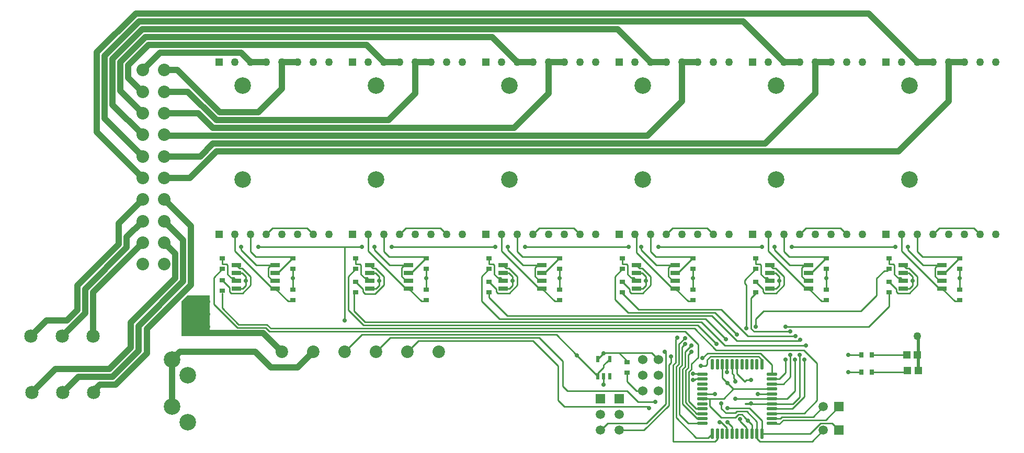
<source format=gtl>
G04 Layer_Physical_Order=1*
G04 Layer_Color=255*
%FSLAX24Y24*%
%MOIN*%
G70*
G01*
G75*
%ADD10R,0.0374X0.0315*%
%ADD11O,0.0217X0.0689*%
%ADD12O,0.0689X0.0217*%
%ADD13R,0.0591X0.0315*%
%ADD14R,0.0236X0.0433*%
%ADD15R,0.0315X0.0374*%
%ADD16R,0.0492X0.0472*%
%ADD17C,0.0200*%
%ADD18C,0.0100*%
%ADD19C,0.0400*%
%ADD20C,0.0600*%
%ADD21C,0.0591*%
%ADD22R,0.0591X0.0591*%
%ADD23C,0.0799*%
%ADD24R,0.0591X0.0591*%
%ADD25C,0.1058*%
%ADD26C,0.0850*%
%ADD27C,0.0801*%
%ADD28C,0.0500*%
%ADD29R,0.0500X0.0500*%
%ADD30C,0.0290*%
G36*
X13900Y7000D02*
X12100D01*
Y9258D01*
X12442Y9600D01*
X13900D01*
Y7000D01*
D02*
G37*
D10*
X40500Y4665D02*
D03*
Y5335D02*
D03*
X14700Y11315D02*
D03*
Y11985D02*
D03*
X23200Y11315D02*
D03*
Y11985D02*
D03*
X31700Y11315D02*
D03*
Y11985D02*
D03*
X40200Y11315D02*
D03*
Y11985D02*
D03*
X48700Y11315D02*
D03*
Y11985D02*
D03*
X57200Y11315D02*
D03*
Y11985D02*
D03*
X19200Y11985D02*
D03*
Y11315D02*
D03*
X27700Y11985D02*
D03*
Y11315D02*
D03*
X36200Y11985D02*
D03*
Y11315D02*
D03*
X44700Y11985D02*
D03*
Y11315D02*
D03*
X53200Y11985D02*
D03*
Y11315D02*
D03*
X61700Y11985D02*
D03*
Y11315D02*
D03*
X14677Y9904D02*
D03*
Y10573D02*
D03*
X23177Y9815D02*
D03*
Y10485D02*
D03*
X31677Y9815D02*
D03*
Y10485D02*
D03*
X40177Y9815D02*
D03*
Y10485D02*
D03*
X48677Y9815D02*
D03*
Y10485D02*
D03*
X57177Y9815D02*
D03*
Y10485D02*
D03*
X19200Y9315D02*
D03*
Y9985D02*
D03*
X27700Y9315D02*
D03*
Y9985D02*
D03*
X36200Y9315D02*
D03*
Y9985D02*
D03*
X44700Y9315D02*
D03*
Y9985D02*
D03*
X53200Y9315D02*
D03*
Y9985D02*
D03*
X61700Y9315D02*
D03*
Y9985D02*
D03*
D11*
X45925Y776D02*
D03*
X46240D02*
D03*
X46555D02*
D03*
X46870D02*
D03*
X47185D02*
D03*
X47500D02*
D03*
X47815D02*
D03*
X48130D02*
D03*
X48445D02*
D03*
X48760D02*
D03*
X49075D02*
D03*
Y5224D02*
D03*
X48760D02*
D03*
X48445D02*
D03*
X48130D02*
D03*
X47815D02*
D03*
X47500D02*
D03*
X47185D02*
D03*
X46870D02*
D03*
X46555D02*
D03*
X46240D02*
D03*
X45925D02*
D03*
D12*
X49724Y1425D02*
D03*
Y1740D02*
D03*
Y2055D02*
D03*
Y2370D02*
D03*
Y2685D02*
D03*
Y3000D02*
D03*
Y3315D02*
D03*
Y3630D02*
D03*
Y3945D02*
D03*
Y4260D02*
D03*
Y4575D02*
D03*
X45276D02*
D03*
Y4260D02*
D03*
Y3945D02*
D03*
Y3630D02*
D03*
Y3315D02*
D03*
Y3000D02*
D03*
Y2685D02*
D03*
Y2370D02*
D03*
Y2055D02*
D03*
Y1740D02*
D03*
Y1425D02*
D03*
D13*
X60561Y10050D02*
D03*
Y10550D02*
D03*
Y11050D02*
D03*
Y11550D02*
D03*
X58100Y10050D02*
D03*
Y10550D02*
D03*
Y11050D02*
D03*
Y11550D02*
D03*
X52061Y10050D02*
D03*
Y10550D02*
D03*
Y11050D02*
D03*
Y11550D02*
D03*
X49600Y10050D02*
D03*
Y10550D02*
D03*
Y11050D02*
D03*
Y11550D02*
D03*
X43561Y10050D02*
D03*
Y10550D02*
D03*
Y11050D02*
D03*
Y11550D02*
D03*
X41100Y10050D02*
D03*
Y10550D02*
D03*
Y11050D02*
D03*
Y11550D02*
D03*
X35061Y10050D02*
D03*
Y10550D02*
D03*
Y11050D02*
D03*
Y11550D02*
D03*
X32600Y10050D02*
D03*
Y10550D02*
D03*
Y11050D02*
D03*
Y11550D02*
D03*
X26561Y10050D02*
D03*
Y10550D02*
D03*
Y11050D02*
D03*
Y11550D02*
D03*
X24100Y10050D02*
D03*
Y10550D02*
D03*
Y11050D02*
D03*
Y11550D02*
D03*
X18061Y10050D02*
D03*
Y10550D02*
D03*
Y11050D02*
D03*
Y11550D02*
D03*
X15600Y10050D02*
D03*
Y10550D02*
D03*
Y11050D02*
D03*
Y11550D02*
D03*
D14*
X39374Y5551D02*
D03*
X38626D02*
D03*
Y4449D02*
D03*
X39000D02*
D03*
X39374D02*
D03*
D15*
X55431Y5800D02*
D03*
X56100D02*
D03*
X55431Y4700D02*
D03*
X56100D02*
D03*
D16*
X58356Y4800D02*
D03*
X59044D02*
D03*
X58311Y5800D02*
D03*
X59000D02*
D03*
D17*
X59044Y4800D02*
Y6956D01*
D18*
X48098Y1069D02*
X48130D01*
X57200Y11623D02*
Y11985D01*
Y11623D02*
X57449D01*
X57537Y11535D01*
Y10948D02*
Y11535D01*
Y10948D02*
X57743Y10743D01*
X57907D01*
X58100Y10550D01*
X57177Y10485D02*
X57655Y10007D01*
Y9830D02*
Y10007D01*
Y9830D02*
X57743Y9743D01*
X58475D01*
X58995Y10262D01*
Y10820D01*
X58457Y11357D02*
X58995Y10820D01*
X58293Y11357D02*
X58457D01*
X58100Y11550D02*
X58293Y11357D01*
X48700Y11623D02*
Y11985D01*
Y11623D02*
X48949D01*
X49037Y11535D01*
Y10948D02*
Y11535D01*
Y10948D02*
X49243Y10743D01*
X49407D01*
X49600Y10550D01*
X48677Y10485D02*
X49155Y10007D01*
Y9830D02*
Y10007D01*
Y9830D02*
X49243Y9743D01*
X49975D01*
X50495Y10262D01*
X50200Y10250D02*
Y10527D01*
Y10804D01*
X49957Y11357D02*
X50495Y10820D01*
Y10262D02*
Y10820D01*
X49793Y11357D02*
X49957D01*
X49600Y11550D02*
X49793Y11357D01*
X40200Y11623D02*
Y11985D01*
Y11623D02*
X40449D01*
X40537Y11535D01*
Y10948D02*
Y11535D01*
Y10948D02*
X40743Y10743D01*
X40907D01*
X41100Y10550D01*
X40177Y10485D02*
X40655Y10007D01*
Y9830D02*
Y10007D01*
Y9830D02*
X40743Y9743D01*
X41475D01*
X42000Y10267D01*
Y10815D01*
X41457Y11357D02*
X42000Y10815D01*
X41293Y11357D02*
X41457D01*
X41100Y11550D02*
X41293Y11357D01*
X31700Y11623D02*
Y11985D01*
Y11623D02*
X31949D01*
X32037Y11535D01*
Y10948D02*
Y11535D01*
Y10948D02*
X32243Y10743D01*
X32407D01*
X32600Y10550D01*
X31677Y10485D02*
X32155Y10007D01*
Y9830D02*
Y10007D01*
Y9830D02*
X32243Y9743D01*
X32975D01*
X33495Y10262D01*
Y10820D01*
X32957Y11357D02*
X33495Y10820D01*
X32793Y11357D02*
X32957D01*
X32600Y11550D02*
X32793Y11357D01*
X23200Y11623D02*
Y11985D01*
Y11623D02*
X23449D01*
X23537Y11535D01*
Y10948D02*
Y11535D01*
Y10948D02*
X23743Y10743D01*
X23907D01*
X24100Y10550D01*
X23177Y10485D02*
X23655Y10007D01*
Y9830D02*
Y10007D01*
Y9830D02*
X23785Y9700D01*
X24433D01*
X24995Y10262D01*
Y10820D01*
X24457Y11357D02*
X24995Y10820D01*
X24293Y11357D02*
X24457D01*
X24100Y11550D02*
X24293Y11357D01*
X23177Y10573D02*
X23200Y10550D01*
X24700Y10250D02*
Y10527D01*
Y10804D01*
X24500Y10050D02*
X24700Y10250D01*
X22712Y10803D02*
X23136Y11227D01*
X14700Y11623D02*
Y11985D01*
Y11623D02*
X14949D01*
X15037Y11535D01*
Y10948D02*
Y11535D01*
Y10948D02*
X15243Y10743D01*
X15407D01*
X15600Y10550D01*
X14140Y10755D02*
X14700Y11315D01*
X14140Y9055D02*
Y10755D01*
X14677Y10573D02*
X15155Y10095D01*
Y9830D02*
Y10095D01*
Y9830D02*
X15243Y9743D01*
X15975D01*
X16495Y10262D01*
Y10820D01*
X15957Y11357D02*
X16495Y10820D01*
X15793Y11357D02*
X15957D01*
X15600Y11550D02*
X15793Y11357D01*
X14140Y9055D02*
X15645Y7550D01*
X14677Y10573D02*
Y10627D01*
X15600Y11050D02*
X15954D01*
X16200Y10804D01*
X15500Y12446D02*
X17896Y10050D01*
X27623Y11948D02*
Y12073D01*
X27384Y9227D02*
X27700D01*
X18884D02*
X19200D01*
X19123Y11948D02*
Y12073D01*
X36123Y11948D02*
Y12073D01*
X44623Y11948D02*
Y12073D01*
X35884Y9227D02*
X36200D01*
X53123Y11948D02*
Y12073D01*
X44384Y9227D02*
X44700D01*
X52884D02*
X53200D01*
X45276Y3000D02*
X45770D01*
X61623Y11948D02*
Y12073D01*
X61384Y9227D02*
X61700D01*
Y10700D02*
Y11227D01*
Y10073D02*
Y10700D01*
X53200D02*
Y11227D01*
Y10073D02*
Y10700D01*
X58700Y10527D02*
Y10804D01*
Y10250D02*
Y10527D01*
X44700Y10700D02*
Y11227D01*
Y10073D02*
Y10700D01*
X41700Y10527D02*
Y10804D01*
Y10250D02*
Y10527D01*
X36200Y10700D02*
Y11227D01*
Y10073D02*
Y10700D01*
X33200Y10527D02*
Y10804D01*
Y10250D02*
Y10527D01*
X27700Y10700D02*
Y11227D01*
Y10073D02*
Y10700D01*
X19200D02*
Y11227D01*
Y10073D02*
Y10700D01*
X16200Y10527D02*
Y10804D01*
Y10250D02*
Y10527D01*
X45276Y3315D02*
X46085D01*
X45770Y2530D02*
Y3000D01*
X49200Y8600D02*
X55400D01*
X44180Y7300D02*
X45005Y6475D01*
X17695Y7300D02*
X44180D01*
X45005Y5636D02*
Y6475D01*
X46483Y8700D02*
X48178Y7005D01*
X41204Y8700D02*
X46483D01*
X40559Y8500D02*
X46100D01*
X45883Y8300D02*
X47473Y6710D01*
X32854Y8300D02*
X45883D01*
X45500Y8100D02*
X46800Y6800D01*
X32359Y8100D02*
X45500D01*
X46717Y6400D02*
X51900D01*
X45217Y7900D02*
X46717Y6400D01*
X52600Y2900D02*
Y5283D01*
X51764Y6119D02*
X52600Y5283D01*
X51462Y6710D02*
X51526Y6774D01*
X48178Y7005D02*
X51205D01*
X48583Y7300D02*
X50900D01*
X47473Y6710D02*
X51462D01*
X50900Y4400D02*
Y5800D01*
X46164Y6119D02*
X51764D01*
X50600Y4675D02*
Y5500D01*
X48400Y7483D02*
Y9450D01*
X51500Y3117D02*
Y5800D01*
X45619Y5919D02*
X48982D01*
X49724Y5176D01*
X48867Y5719D02*
X49075Y5511D01*
X45818Y5719D02*
X48867D01*
X51800Y3134D02*
Y5500D01*
X48400Y7483D02*
X48583Y7300D01*
X48000Y10391D02*
X48100Y10291D01*
X48000Y10391D02*
Y10591D01*
X48400Y9450D02*
X48677Y9727D01*
X55877Y7600D02*
X57177Y8900D01*
X51200Y3500D02*
Y5500D01*
X46500Y2383D02*
X46783Y2100D01*
X39245Y1445D02*
X41728D01*
X38845Y1045D02*
X39245Y1445D01*
X42950Y2667D02*
Y5950D01*
X42900Y6000D02*
X42950Y5950D01*
X45300Y5600D02*
X45619Y5919D01*
X45595Y5195D02*
Y5496D01*
X45500Y5100D02*
X45595Y5195D01*
X45200Y5100D02*
X45500D01*
X45770Y2530D02*
X46500Y1800D01*
X48445Y776D02*
Y1355D01*
X48130Y776D02*
Y1069D01*
X48073Y1094D02*
X48098Y1069D01*
X48073Y1094D02*
Y1187D01*
X49075Y776D02*
Y1608D01*
X43150Y5164D02*
X43300Y5314D01*
X43150Y2584D02*
Y5164D01*
X41566Y1000D02*
X43150Y2584D01*
X43605Y1795D02*
Y5054D01*
X43805Y1995D02*
Y4971D01*
X44005Y2680D02*
Y4888D01*
X44205Y2763D02*
Y4805D01*
X44405Y2846D02*
Y4722D01*
X44700Y4200D02*
X44795D01*
X44855Y4260D01*
X44205Y4805D02*
X44400Y5000D01*
X44200Y5083D02*
Y6017D01*
X44005Y4888D02*
X44200Y5083D01*
X44000Y5166D02*
Y6300D01*
X43805Y4971D02*
X44000Y5166D01*
X43795Y5244D02*
Y6512D01*
X43605Y5054D02*
X43795Y5244D01*
X43595Y5326D02*
Y6795D01*
X43405Y5136D02*
X43595Y5326D01*
X43300Y5314D02*
Y5700D01*
X44700Y4600D02*
X45250D01*
X44600Y4917D02*
Y5231D01*
X44405Y4722D02*
X44600Y4917D01*
X44400Y5000D02*
Y5800D01*
X45250Y4600D02*
X45276Y4575D01*
X43605Y1795D02*
X44900Y500D01*
X43805Y1995D02*
X44375Y1425D01*
X44005Y2680D02*
X44945Y1740D01*
X44205Y2763D02*
X44913Y2055D01*
X44405Y2846D02*
X44881Y2370D01*
X44400Y5800D02*
X44600Y6000D01*
X43595Y6795D02*
X43700Y6900D01*
X17778Y7500D02*
X44783D01*
X23694Y7700D02*
X45000D01*
X23777Y7900D02*
X45217D01*
X40177Y9727D02*
X41204Y8700D01*
X39712Y9347D02*
X40559Y8500D01*
X31677Y9477D02*
X32854Y8300D01*
X31230Y9230D02*
X32359Y8100D01*
X23077Y8600D02*
X23777Y7900D01*
X22712Y8682D02*
X23694Y7700D01*
X45000D02*
X46200Y6500D01*
X17528Y7750D02*
X17778Y7500D01*
X44783D02*
X46164Y6119D01*
X17445Y7550D02*
X17695Y7300D01*
X43795Y6512D02*
X44173Y6890D01*
X44000Y6300D02*
X44200Y6500D01*
Y6017D02*
X44583Y6400D01*
X44600D01*
Y5231D02*
X45005Y5636D01*
X45595Y5496D02*
X45818Y5719D01*
X41728Y1445D02*
X42950Y2667D01*
X48000Y10591D02*
X48636Y11227D01*
X50700Y3000D02*
X51200Y3500D01*
X49724Y3000D02*
X50700D01*
X50445Y3945D02*
X50900Y4400D01*
X50184Y4260D02*
X50600Y4675D01*
X51036Y2370D02*
X51800Y3134D01*
X49724Y2370D02*
X51036D01*
X51068Y2685D02*
X51500Y3117D01*
X49724Y3945D02*
X50445D01*
X51783Y2083D02*
X52600Y2900D01*
X49724Y1740D02*
X50257D01*
X50362Y1845D02*
X52345D01*
X50257Y1740D02*
X50362Y1845D01*
X50445Y1645D02*
X53145D01*
X50200Y1400D02*
X50445Y1645D01*
X48760Y489D02*
X48968Y281D01*
X52281D01*
X52146Y776D02*
X52816Y1445D01*
X49075Y776D02*
X52146D01*
X52816Y1445D02*
X53555D01*
X54000Y1000D01*
X49750Y1400D02*
X50200D01*
X58100Y11050D02*
X58454D01*
X58100Y10050D02*
X58500D01*
X58700Y10250D01*
X58454Y11050D02*
X58700Y10804D01*
X49600Y11050D02*
X49954D01*
X49600Y10050D02*
X50000D01*
X50200Y10250D01*
X49954Y11050D02*
X50200Y10804D01*
X41100Y11050D02*
X41454D01*
X41100Y10050D02*
X41500D01*
X41700Y10250D01*
X41454Y11050D02*
X41700Y10804D01*
X32600Y11050D02*
X32954D01*
X32600Y10050D02*
X33000D01*
X33200Y10250D01*
X32954Y11050D02*
X33200Y10804D01*
X24100Y11050D02*
X24454D01*
X24100Y10050D02*
X24500D01*
X24454Y11050D02*
X24700Y10804D01*
X16000Y10050D02*
X16200Y10250D01*
X60000Y13500D02*
X60400Y13900D01*
X62600D01*
X63000Y13500D01*
X51500D02*
X51900Y13900D01*
X54100D01*
X54500Y13500D01*
X43000D02*
X43400Y13900D01*
X45600D01*
X46000Y13500D01*
X34500D02*
X34900Y13900D01*
X37100D01*
X37500Y13500D01*
X26000D02*
X26400Y13900D01*
X28600D01*
X29000Y13500D01*
X20100Y13900D02*
X20500Y13500D01*
X17900Y13900D02*
X20100D01*
X17500Y13500D02*
X17900Y13900D01*
X41400Y12500D02*
Y12700D01*
Y12500D02*
X42350Y11550D01*
X59000Y12400D02*
Y13500D01*
X31677Y9477D02*
Y9727D01*
X60396Y10050D02*
X60561D01*
X58000Y12446D02*
X60396Y10050D01*
X60300Y11550D02*
X60561D01*
X60115Y11365D02*
X60300Y11550D01*
X60115Y10830D02*
Y11365D01*
X60396Y10550D02*
X60561D01*
X60115Y10830D02*
X60396Y10550D01*
X60726Y11050D02*
X61623Y11948D01*
X60561Y11050D02*
X60726D01*
X59327Y12073D02*
X61623D01*
X59000Y12400D02*
X59327Y12073D01*
X57177Y10573D02*
X57200Y10550D01*
X60561Y10050D02*
X61384Y9227D01*
X51896Y10050D02*
X52061D01*
X51800Y11550D02*
X52061D01*
X51615Y11365D02*
X51800Y11550D01*
X51615Y10830D02*
Y11365D01*
X51896Y10550D02*
X52061D01*
X51615Y10830D02*
X51896Y10550D01*
X52226Y11050D02*
X53123Y11948D01*
X52061Y11050D02*
X52226D01*
X48677Y10573D02*
X48700Y10550D01*
X52061Y10050D02*
X52884Y9227D01*
X34896Y10050D02*
X35061D01*
X34800Y11550D02*
X35061D01*
X34615Y11365D02*
X34800Y11550D01*
X34615Y10830D02*
Y11365D01*
X34896Y10550D02*
X35061D01*
X34615Y10830D02*
X34896Y10550D01*
X31212Y10803D02*
X31636Y11227D01*
X31212Y9230D02*
Y10803D01*
X35226Y11050D02*
X36123Y11948D01*
X35061Y11050D02*
X35226D01*
X33827Y12073D02*
X36123D01*
X31677Y10573D02*
X31700Y10550D01*
X35061Y10050D02*
X35884Y9227D01*
X26396Y10050D02*
X26561D01*
X24000Y12446D02*
X26396Y10050D01*
X26300Y11550D02*
X26561D01*
X26115Y11365D02*
X26300Y11550D01*
X26115Y10830D02*
Y11365D01*
X26396Y10550D02*
X26561D01*
X26115Y10830D02*
X26396Y10550D01*
X22712Y8682D02*
Y10803D01*
X26726Y11050D02*
X27623Y11948D01*
X26561Y11050D02*
X26726D01*
X25327Y12073D02*
X27623D01*
X26561Y10050D02*
X27384Y9227D01*
X17896Y10050D02*
X18061D01*
X17800Y11550D02*
X18061D01*
X17615Y11365D02*
X17800Y11550D01*
X17615Y10830D02*
Y11365D01*
X17896Y10550D02*
X18061D01*
X17615Y10830D02*
X17896Y10550D01*
X15600Y10050D02*
X16000D01*
X18226Y11050D02*
X19123Y11948D01*
X18061Y11050D02*
X18226D01*
X18061Y10050D02*
X18884Y9227D01*
X42327Y12073D02*
X44623D01*
X39712Y10803D02*
X40136Y11227D01*
X39712Y9347D02*
Y10803D01*
X43561Y10050D02*
X44384Y9227D01*
X23077Y8600D02*
Y9677D01*
X43300Y11550D02*
X43561D01*
X43396Y10050D02*
X43561D01*
X43115Y10830D02*
X43396Y10550D01*
X43115Y10830D02*
Y11365D01*
X43396Y10550D02*
X43561D01*
X43726Y11050D02*
X44623Y11948D01*
X43561Y11050D02*
X43726D01*
X40177Y10573D02*
X40200Y10550D01*
X44900Y500D02*
X45650D01*
X46081Y281D02*
X46240Y440D01*
X49724Y2055D02*
Y2083D01*
X38626Y4449D02*
Y4626D01*
X39987Y5937D02*
X40500Y5423D01*
X41000Y13500D02*
X41100Y13400D01*
X43115Y11365D02*
X43300Y11550D01*
X42350D02*
X43300D01*
X24000Y12446D02*
Y13500D01*
X16850Y11550D02*
X17800D01*
X15900Y12500D02*
X16850Y11550D01*
X15900Y12500D02*
Y12700D01*
X25350Y11550D02*
X26300D01*
X24400Y12500D02*
X25350Y11550D01*
X24400Y12500D02*
Y12700D01*
X33850Y11550D02*
X34800D01*
X32900Y12500D02*
X33850Y11550D01*
X32900Y12500D02*
Y12700D01*
X50850Y11550D02*
X51800D01*
X49900Y12500D02*
X50850Y11550D01*
X49900Y12500D02*
Y12700D01*
X59350Y11550D02*
X60300D01*
X58400Y12500D02*
X59350Y11550D01*
X58400Y12500D02*
Y12700D01*
X50827Y12073D02*
X53123D01*
X51000Y12700D02*
X57600D01*
X58000Y12446D02*
Y13500D01*
X50500Y12400D02*
X50827Y12073D01*
X49500Y12446D02*
Y13500D01*
Y12446D02*
X51896Y10050D01*
X50500Y12400D02*
Y13500D01*
X42000Y12400D02*
X42327Y12073D01*
X41100Y12346D02*
X43396Y10050D01*
X41100Y12346D02*
Y13400D01*
X42000Y12400D02*
Y13500D01*
X42500Y12700D02*
X49100D01*
X33500Y12400D02*
X33827Y12073D01*
X32500Y12446D02*
Y13500D01*
Y12446D02*
X34896Y10050D01*
X33500Y12400D02*
Y13500D01*
X34000Y12700D02*
X40600D01*
X25000Y12400D02*
X25327Y12073D01*
X25000Y12400D02*
Y13500D01*
X25500Y12700D02*
X32100D01*
X15500Y12446D02*
Y13500D01*
X16500Y12400D02*
Y13500D01*
X16827Y12073D02*
X19123D01*
X16500Y12400D02*
X16827Y12073D01*
X49724Y4260D02*
X50184D01*
X49724Y4575D02*
Y5176D01*
X49075Y5224D02*
Y5511D01*
X39000Y4449D02*
X39000D01*
X56877Y11177D02*
X57100D01*
X56400Y10700D02*
X56877Y11177D01*
X55400Y8600D02*
X56400Y9600D01*
Y10700D01*
X57177Y8900D02*
Y9727D01*
X46893Y4007D02*
X47270Y3630D01*
X49438Y3630D01*
X42050Y5950D02*
X42500Y5500D01*
X39374Y5536D02*
Y5551D01*
X38626Y4626D02*
X39000Y5000D01*
Y5177D01*
X39174Y5351D01*
X39189D01*
X39025Y5950D02*
X42050D01*
X22500Y6000D02*
X23600Y7100D01*
X24500Y6000D02*
X25400Y6900D01*
X23600Y7100D02*
X35975D01*
X25400Y6900D02*
X34900D01*
X26500Y6000D02*
X27200Y6700D01*
X34500D01*
X34900Y6900D02*
X36400Y5400D01*
X34500Y6700D02*
X36100Y5100D01*
Y2900D02*
Y5100D01*
X40000Y1000D02*
X41566D01*
X36400Y3800D02*
Y5400D01*
X40500Y4100D02*
Y4577D01*
X36400Y3800D02*
X36700Y3500D01*
X40500Y4100D02*
X41100Y3500D01*
X36100Y2900D02*
X36500Y2500D01*
X41800D01*
X41900Y2400D01*
X35975Y7100D02*
X37300Y5775D01*
X38626Y4449D01*
X22500Y8000D02*
Y12700D01*
X17000D02*
X22500D01*
X23600D01*
X36700Y3500D02*
X40500D01*
X41200Y2800D01*
X14677Y8801D02*
Y9727D01*
Y8801D02*
X15728Y7750D01*
X15645Y7550D02*
X17445D01*
X15728Y7750D02*
X17528D01*
X47500Y4600D02*
X48000Y4100D01*
X48100Y4200D01*
X48400D01*
X43405Y281D02*
Y5136D01*
Y281D02*
X46081D01*
X49724Y2685D02*
X51068D01*
X49438Y3630D02*
X49724D01*
X45276Y3000D02*
X45332Y2943D01*
X44945Y1740D02*
X45276D01*
X52345Y1845D02*
X53000Y2500D01*
X44913Y2055D02*
X45276D01*
X48815Y3315D02*
X49724D01*
X39000Y3900D02*
Y4449D01*
X53145Y1645D02*
X54000Y2500D01*
X44881Y2370D02*
X45276D01*
X39189Y5351D02*
X39374Y5536D01*
X52281Y281D02*
X53000Y1000D01*
X48760Y489D02*
Y776D01*
X50600Y7600D02*
X55877D01*
X48700Y8100D02*
X49200Y8600D01*
X48700Y7600D02*
Y8100D01*
X46240Y440D02*
Y776D01*
X48100Y7500D02*
Y10291D01*
X45650Y500D02*
X45925Y776D01*
X44855Y4260D02*
X45276D01*
X41100Y3500D02*
X41500D01*
X46100Y8500D02*
X47500Y7100D01*
X44375Y1425D02*
X45276D01*
X47500Y4600D02*
Y5224D01*
X39000Y891D02*
Y1000D01*
X38845Y1045D02*
X39000Y891D01*
X40136Y11227D02*
X40200D01*
X48636D02*
X48700D01*
X57136D02*
X57200D01*
X49724Y2083D02*
X51783D01*
X23136Y11227D02*
X23200D01*
X31636D02*
X31700D01*
X48283Y2400D02*
X49075Y1608D01*
X47295Y4305D02*
X47400Y4200D01*
Y4100D02*
Y4200D01*
X59000Y7000D02*
X59044Y6956D01*
X56100Y5800D02*
X58311D01*
X56100Y4700D02*
X58256D01*
X58356Y4800D01*
X46813Y832D02*
X46870Y776D01*
X46813Y832D02*
Y1205D01*
X46778D02*
X46813D01*
X46400Y1500D02*
X46483D01*
X47185Y776D02*
Y1215D01*
X47400Y3000D02*
X49724D01*
X48030Y2700D02*
X48400D01*
X48760Y776D02*
Y1540D01*
X48200Y1600D02*
X48445Y1355D01*
X46483Y1500D02*
X46778Y1205D01*
X46640Y3000D02*
X47270Y3630D01*
X46085Y3315D02*
X46100Y3300D01*
X41200Y2800D02*
X42300D01*
X45770Y3000D02*
X46640D01*
X46500Y2383D02*
Y2700D01*
X46900Y1500D02*
X47185Y1215D01*
X48015Y2685D02*
X49724D01*
X48015D02*
X48030Y2700D01*
X46900Y2400D02*
X48283D01*
X47700Y1561D02*
Y1700D01*
X47578Y1995D02*
X47822D01*
X47995Y1822D01*
X46783Y2100D02*
X47400D01*
X47495Y2195D01*
X48105D01*
X47995Y1805D02*
Y1822D01*
X46500Y1800D02*
X47383D01*
X47578Y1995D01*
X47700Y1561D02*
X48073Y1187D01*
X47995Y1805D02*
X48200Y1600D01*
X48105Y2195D02*
X48760Y1540D01*
X38626Y5551D02*
X39025Y5950D01*
X54600Y5800D02*
X55431D01*
X54600Y4700D02*
X55431D01*
X46555Y4345D02*
X46893Y4007D01*
X46555Y4345D02*
Y5224D01*
X47295Y4305D02*
Y4522D01*
X47185Y4632D02*
X47295Y4522D01*
X47185Y4632D02*
Y5224D01*
X46870Y4700D02*
Y5224D01*
D19*
X12760Y8160D02*
X12860Y8060D01*
X13560Y7360D01*
X13721Y7200D01*
X6500Y3500D02*
X6900Y3900D01*
X4520Y3400D02*
X5520Y4400D01*
X2540Y3400D02*
X4040Y4900D01*
X4480Y7000D02*
X5960Y8480D01*
X6460Y7000D02*
Y9814D01*
X6500Y3400D02*
Y3500D01*
X59000Y24500D02*
X60000D01*
X55900Y27600D02*
X59000Y24500D01*
X9172Y27600D02*
X55900D01*
X50500Y24500D02*
X51500D01*
X47900Y27100D02*
X50500Y24500D01*
X9379Y27100D02*
X47900D01*
X42000Y24500D02*
X43000D01*
X39900Y26600D02*
X42000Y24500D01*
X9586Y26600D02*
X39900D01*
X33500Y24500D02*
X34500D01*
X31900Y26100D02*
X33500Y24500D01*
X9793Y26100D02*
X31900D01*
X25000Y24500D02*
X26000D01*
X23900Y25600D02*
X25000Y24500D01*
X10000Y25600D02*
X23900D01*
X6700Y20032D02*
X9622Y17110D01*
X7200Y20910D02*
X9622Y18488D01*
X7700Y21788D02*
X9622Y19866D01*
X8200Y22666D02*
X9622Y21244D01*
X9578Y22622D02*
X9622D01*
X8700Y23500D02*
X9578Y22622D01*
X6700Y20032D02*
Y25128D01*
X7700Y21788D02*
Y24714D01*
X8200Y22666D02*
Y24507D01*
X7700Y24714D02*
X9586Y26600D01*
X8200Y24507D02*
X9793Y26100D01*
X6700Y25128D02*
X9172Y27600D01*
X7200Y20910D02*
Y24921D01*
X9379Y27100D01*
X8700Y23500D02*
Y24300D01*
X10000Y25600D01*
X9622Y24000D02*
X10722Y25100D01*
X15900D01*
X16500Y24500D01*
X11814Y24000D02*
X14514Y21300D01*
X11000Y24000D02*
X11814D01*
X12485Y22622D02*
X14307Y20800D01*
X11000Y22622D02*
X12485D01*
X14514Y21300D02*
X17000D01*
X14307Y20800D02*
X25300D01*
X14100Y20300D02*
X33300D01*
X13156Y21244D02*
X14100Y20300D01*
X11000Y21244D02*
X13156D01*
X12617Y17110D02*
X14307Y18800D01*
X11000Y17110D02*
X12617D01*
X14307Y18800D02*
X57800D01*
X14100Y19300D02*
X49300D01*
X13288Y18488D02*
X14100Y19300D01*
X11000Y18488D02*
X13288D01*
X61000Y24500D02*
X62000D01*
X57800Y18800D02*
X61000Y22000D01*
Y24500D01*
X52500D02*
X53500D01*
X49300Y19300D02*
X52500Y22500D01*
Y24500D01*
X44000D02*
X45000D01*
X41800Y19800D02*
X44000Y22000D01*
Y24500D01*
X11066Y19800D02*
X41800D01*
X35500Y24500D02*
X36500D01*
X33300Y20300D02*
X35500Y22500D01*
Y24500D01*
X27000D02*
X28000D01*
X25300Y20800D02*
X27000Y22500D01*
Y24500D01*
X18500D02*
X19500D01*
X17000Y21300D02*
X18500Y22800D01*
Y24500D01*
X11000Y19866D02*
X11066Y19800D01*
X17300Y7200D02*
X18500Y6000D01*
X19500Y5000D02*
X20500Y6000D01*
X17800Y5000D02*
X19500D01*
X11500Y5500D02*
X12000Y6000D01*
X16800D01*
X17800Y5000D01*
X16500Y24500D02*
X17500D01*
X6460Y9814D02*
X9622Y12976D01*
X11500Y2500D02*
Y5500D01*
X13721Y7200D02*
X17300D01*
X11000Y15732D02*
X12701Y14032D01*
X11000Y14354D02*
X12201Y13154D01*
X11000Y12976D02*
X11701Y12276D01*
X6900Y3900D02*
X7900D01*
X5520Y4400D02*
X7693D01*
X11701Y10701D02*
Y12276D01*
X12201Y10493D02*
Y13154D01*
X12701Y10286D02*
Y14032D01*
X5460Y8687D02*
Y10229D01*
X4040Y4900D02*
X7486D01*
X9365Y7658D02*
X12201Y10493D01*
X8865Y7865D02*
X11701Y10701D01*
X7486Y4900D02*
X8865Y6279D01*
Y7865D01*
X7693Y4400D02*
X9365Y6072D01*
Y7658D01*
X7900Y3900D02*
X9900Y5900D01*
Y7486D01*
X12701Y10286D01*
X5960Y8480D02*
Y10021D01*
X8600Y12661D01*
Y13332D01*
X9622Y14354D01*
X5460Y10229D02*
X8100Y12869D01*
Y14210D01*
X9622Y15732D01*
X4773Y8000D02*
X5460Y8687D01*
X2500Y7000D02*
X3500Y8000D01*
X4773D01*
D20*
X41500Y3500D02*
D03*
Y4500D02*
D03*
Y5500D02*
D03*
X42500Y3500D02*
D03*
Y4500D02*
D03*
Y5500D02*
D03*
D21*
X40000Y1000D02*
D03*
Y2000D02*
D03*
X38800Y1000D02*
D03*
Y2000D02*
D03*
X53000Y2500D02*
D03*
Y1000D02*
D03*
D22*
X40000Y3000D02*
D03*
X38800D02*
D03*
D23*
X28500Y6000D02*
D03*
X18500D02*
D03*
X20500D02*
D03*
X22500D02*
D03*
X24500D02*
D03*
X26500D02*
D03*
D24*
X54000Y2500D02*
D03*
Y1000D02*
D03*
D25*
X12500Y1500D02*
D03*
X11500Y2500D02*
D03*
X12500Y4500D02*
D03*
X11500Y5500D02*
D03*
X16000Y23000D02*
D03*
Y17000D02*
D03*
X24500Y23000D02*
D03*
Y17000D02*
D03*
X33000Y23000D02*
D03*
Y17000D02*
D03*
X41500Y23000D02*
D03*
Y17000D02*
D03*
X50000Y23000D02*
D03*
Y17000D02*
D03*
X58500Y23000D02*
D03*
Y17000D02*
D03*
D26*
X6460Y7000D02*
D03*
X4480D02*
D03*
X2500D02*
D03*
X2540Y3400D02*
D03*
X4520D02*
D03*
X6500D02*
D03*
D27*
X9622Y11598D02*
D03*
X11000D02*
D03*
Y24000D02*
D03*
X9622D02*
D03*
X11000Y22622D02*
D03*
X9622D02*
D03*
X11000Y21244D02*
D03*
X9622D02*
D03*
X11000Y19866D02*
D03*
X9622D02*
D03*
X11000Y18488D02*
D03*
X9622D02*
D03*
X11000Y17110D02*
D03*
X9622D02*
D03*
X11000Y15732D02*
D03*
X9622D02*
D03*
X11000Y14354D02*
D03*
X9622D02*
D03*
X11000Y12976D02*
D03*
X9622D02*
D03*
D28*
X21500Y24500D02*
D03*
X20500D02*
D03*
X19500D02*
D03*
X18500D02*
D03*
X17500D02*
D03*
X16500D02*
D03*
X15500D02*
D03*
X21500Y13500D02*
D03*
X20500D02*
D03*
X19500D02*
D03*
X18500D02*
D03*
X17500D02*
D03*
X16500D02*
D03*
X15500D02*
D03*
X24000D02*
D03*
X25000D02*
D03*
X26000D02*
D03*
X27000D02*
D03*
X28000D02*
D03*
X29000D02*
D03*
X30000D02*
D03*
X24000Y24500D02*
D03*
X25000D02*
D03*
X26000D02*
D03*
X27000D02*
D03*
X28000D02*
D03*
X29000D02*
D03*
X30000D02*
D03*
X38500D02*
D03*
X37500D02*
D03*
X36500D02*
D03*
X35500D02*
D03*
X34500D02*
D03*
X33500D02*
D03*
X32500D02*
D03*
X38500Y13500D02*
D03*
X37500D02*
D03*
X36500D02*
D03*
X35500D02*
D03*
X34500D02*
D03*
X33500D02*
D03*
X32500D02*
D03*
X41000D02*
D03*
X42000D02*
D03*
X43000D02*
D03*
X44000D02*
D03*
X45000D02*
D03*
X46000D02*
D03*
X47000D02*
D03*
X41000Y24500D02*
D03*
X42000D02*
D03*
X43000D02*
D03*
X44000D02*
D03*
X45000D02*
D03*
X46000D02*
D03*
X47000D02*
D03*
X64000D02*
D03*
X63000D02*
D03*
X62000D02*
D03*
X61000D02*
D03*
X60000D02*
D03*
X59000D02*
D03*
X58000D02*
D03*
X64000Y13500D02*
D03*
X63000D02*
D03*
X62000D02*
D03*
X61000D02*
D03*
X60000D02*
D03*
X59000D02*
D03*
X58000D02*
D03*
X49500D02*
D03*
X50500D02*
D03*
X51500D02*
D03*
X52500D02*
D03*
X53500D02*
D03*
X54500D02*
D03*
X55500D02*
D03*
X49500Y24500D02*
D03*
X50500D02*
D03*
X51500D02*
D03*
X52500D02*
D03*
X53500D02*
D03*
X54500D02*
D03*
X55500D02*
D03*
X59000Y7000D02*
D03*
D29*
X14500Y24500D02*
D03*
Y13500D02*
D03*
X23000D02*
D03*
Y24500D02*
D03*
X31500D02*
D03*
Y13500D02*
D03*
X40000D02*
D03*
Y24500D02*
D03*
X57000D02*
D03*
Y13500D02*
D03*
X48500D02*
D03*
Y24500D02*
D03*
D30*
X50200Y10527D02*
D03*
X24700D02*
D03*
X51900Y6400D02*
D03*
X51526Y6774D02*
D03*
X51205Y7005D02*
D03*
X50900Y7300D02*
D03*
X50600Y7600D02*
D03*
X48700D02*
D03*
X50900Y5800D02*
D03*
X50600Y5500D02*
D03*
X46800Y6800D02*
D03*
X47500Y7100D02*
D03*
X48100Y7500D02*
D03*
X51500Y5800D02*
D03*
X51800Y5500D02*
D03*
X51200D02*
D03*
X44700Y4200D02*
D03*
Y4600D02*
D03*
X43700Y6900D02*
D03*
X44173Y6890D02*
D03*
X44200Y6500D02*
D03*
X44600Y6400D02*
D03*
Y6000D02*
D03*
X43300Y5700D02*
D03*
X42900Y6000D02*
D03*
X45200Y5100D02*
D03*
X45300Y5600D02*
D03*
X46200Y6500D02*
D03*
X58700Y10527D02*
D03*
X41700D02*
D03*
X33200D02*
D03*
X16200D02*
D03*
X41400Y12700D02*
D03*
X61700Y10700D02*
D03*
X53200D02*
D03*
X44700D02*
D03*
X36200D02*
D03*
X27700D02*
D03*
X19200D02*
D03*
X40600Y12700D02*
D03*
X42500D02*
D03*
X15900D02*
D03*
X25500D02*
D03*
X23600D02*
D03*
X24400D02*
D03*
X34000D02*
D03*
X32100D02*
D03*
X32900D02*
D03*
X49100D02*
D03*
X49900D02*
D03*
X57600D02*
D03*
X58400D02*
D03*
X51000D02*
D03*
X17000D02*
D03*
X39000Y3900D02*
D03*
X46893Y4007D02*
D03*
X48815Y3315D02*
D03*
X39000Y5900D02*
D03*
X41900Y2400D02*
D03*
X37300Y5775D02*
D03*
X22500Y8000D02*
D03*
X12400Y7200D02*
D03*
X12600Y7600D02*
D03*
X12400Y8000D02*
D03*
X12600Y8400D02*
D03*
X12400Y8800D02*
D03*
X12600Y9200D02*
D03*
X12800Y7200D02*
D03*
X13000Y7600D02*
D03*
X12800Y8000D02*
D03*
X13000Y8400D02*
D03*
X12800Y8800D02*
D03*
X13000Y9200D02*
D03*
X13200Y7200D02*
D03*
X13400Y7600D02*
D03*
X13200Y8000D02*
D03*
X13400Y8400D02*
D03*
X13200Y8800D02*
D03*
X13400Y9200D02*
D03*
X13600Y7200D02*
D03*
X13800Y7600D02*
D03*
X13600Y8000D02*
D03*
X13800Y8400D02*
D03*
X13600Y8800D02*
D03*
X13800Y9200D02*
D03*
X48400Y4200D02*
D03*
X47400Y3000D02*
D03*
Y4100D02*
D03*
X46400Y1500D02*
D03*
X54600Y4700D02*
D03*
Y5800D02*
D03*
X48400Y2700D02*
D03*
X48200Y1600D02*
D03*
X46100Y3300D02*
D03*
X42300Y2800D02*
D03*
X46500Y2700D02*
D03*
X46900Y2400D02*
D03*
Y1500D02*
D03*
X47700Y1700D02*
D03*
X46870Y4700D02*
D03*
M02*

</source>
